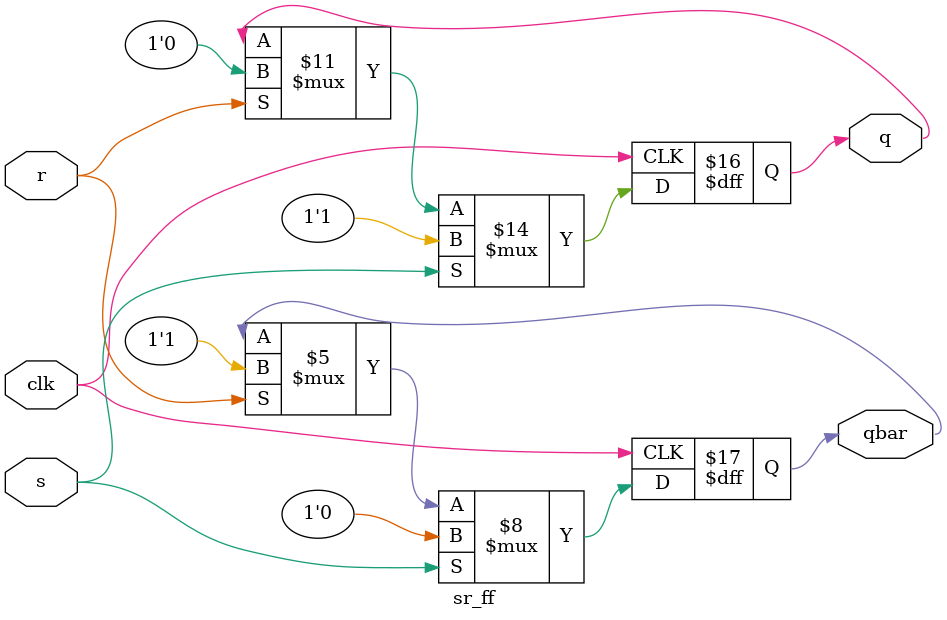
<source format=v>
module sr_ff(clk, s, r, q, qbar);

input clk, s, r;
output reg q, qbar;

always @(posedge clk) begin
    if(s == 1)
        begin
            q <= 1;
            qbar <= 0;
        end
    else if (r == 1)
        begin
            q <= 0;
            qbar <= 1;
        end
    else
        begin
            q <= q;
            qbar <= qbar;
        end
end

endmodule
</source>
